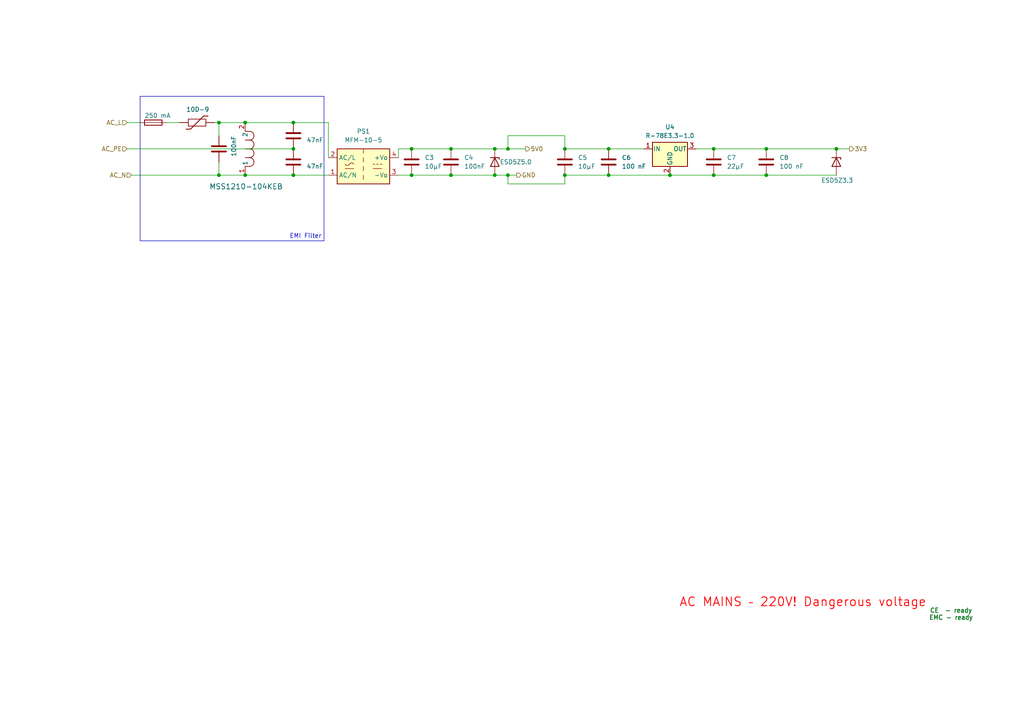
<source format=kicad_sch>
(kicad_sch (version 20250114) (generator "eeschema") (generator_version "9.0")
  (paper "A4")
  (title_block (title "AC Entry") (date "2025-06-1") (rev "1.0") (company "Nelees"))
  (lib_symbols
    (symbol "Converter_ACDC:MFM-10-5"
      (property "Reference" "PS" (at 0 6.35 0))
      (property "Value" "MFM-10-5" (at 0 -6.35 0))
      (symbol "MFM-10-5_0_1"
        (rectangle (start -7.62 5.08) (end 7.62 -5.08) (stroke (width 0.254)) (fill (type background)))
        (polyline (pts (xy -5.334 -0.635) (xy -2.794 -0.635)))
        (arc (start -4.064 0.635) (mid -4.699 0.2495) (end -5.334 0.635))
        (arc (start -4.064 0.635) (mid -3.429 1.0072) (end -2.794 0.635))
        (polyline (pts (xy 0 5.08) (xy 0 3.81)))
        (polyline (pts (xy 0 2.54) (xy 0 1.27)))
        (polyline (pts (xy 0 0) (xy 0 -1.27)))
        (polyline (pts (xy 0 -2.54) (xy 0 -3.81)))
        (polyline (pts (xy 2.794 0.635) (xy 3.302 0.635)))
        (polyline (pts (xy 2.794 -0.635) (xy 5.334 -0.635)))
        (polyline (pts (xy 3.81 0.635) (xy 4.318 0.635)))
        (polyline (pts (xy 4.826 0.635) (xy 5.334 0.635)))
      )
      (symbol "MFM-10-5_1_1"
        (pin power_in line (at -10.16 2.54 0) (length 2.54) (name "AC/L") (number "2"))
        (pin power_in line (at -10.16 -2.54 0) (length 2.54) (name "AC/N") (number "1"))
        (pin power_out line (at 10.16 2.54 180) (length 2.54) (name "+Vo") (number "4"))
        (pin power_out line (at 10.16 -2.54 180) (length 2.54) (name "-Vo") (number "3"))
      )
    )
    (symbol "Device:C" (pin_numbers (hide yes)) (pin_names (offset 0.254))
      (property "Reference" "C" (at 0.635 2.54 0))
      (property "Value" "C" (at 0.635 -2.54 0))
      (symbol "C_0_1"
        (polyline (pts (xy -2.032 0.762) (xy 2.032 0.762)) (stroke (width 0.508)))
        (polyline (pts (xy -2.032 -0.762) (xy 2.032 -0.762)) (stroke (width 0.508)))
      )
      (symbol "C_1_1"
        (pin passive line (at 0 3.81 270) (length 2.794) (name "~") (number "1"))
        (pin passive line (at 0 -3.81 90) (length 2.794) (name "~") (number "2"))
      )
    )
    (symbol "Device:Fuse" (pin_numbers (hide yes)) (pin_names (offset 0))
      (property "Reference" "F" (at 2.032 0 90))
      (property "Value" "Fuse" (at -1.905 0 90))
      (symbol "Fuse_0_1"
        (rectangle (start -0.762 -2.54) (end 0.762 2.54) (stroke (width 0.254)))
        (polyline (pts (xy 0 2.54) (xy 0 -2.54)))
      )
      (symbol "Fuse_1_1"
        (pin passive line (at 0 3.81 270) (length 1.27) (name "~") (number "1"))
        (pin passive line (at 0 -3.81 90) (length 1.27) (name "~") (number "2"))
      )
    )
    (symbol "Device:Thermistor" (pin_numbers (hide yes)) (pin_names (offset 0))
      (property "Reference" "TH" (at 2.54 1.27 90))
      (property "Value" "Thermistor" (at -2.54 0 90))
      (symbol "Thermistor_0_1"
        (polyline (pts (xy -1.905 3.175) (xy -1.905 1.905) (xy 1.905 -1.905) (xy 1.905 -3.175) (xy 1.905 -3.175)) (stroke (width 0.254)))
        (rectangle (start -1.016 2.54) (end 1.016 -2.54) (stroke (width 0.2032)))
      )
      (symbol "Thermistor_1_1"
        (pin passive line (at 0 5.08 270) (length 2.54) (name "~") (number "1"))
        (pin passive line (at 0 -5.08 90) (length 2.54) (name "~") (number "2"))
      )
    )
    (symbol "Diode:ESD5Zxx" (pin_numbers (hide yes)) (pin_names (hide yes))
      (property "Reference" "D" (at 0 2.54 0))
      (property "Value" "ESD5Zxx" (at 0 -2.54 0))
      (symbol "ESD5Zxx_0_1"
        (polyline (pts (xy -1.27 -1.27) (xy -1.27 1.27) (xy -0.762 1.27)) (stroke (width 0.254)))
        (polyline (pts (xy 1.27 0) (xy -1.27 0)))
        (polyline (pts (xy 1.27 -1.27) (xy 1.27 1.27) (xy -1.27 0) (xy 1.27 -1.27)) (stroke (width 0.254)))
      )
      (symbol "ESD5Zxx_1_1"
        (pin passive line (at -3.81 0 0) (length 2.54) (name "K") (number "1"))
        (pin passive line (at 3.81 0 180) (length 2.54) (name "A") (number "2"))
      )
    )
    (symbol "Regulator_Switching:R-78E3.3-1.0" (pin_names (offset 0.254))
      (property "Reference" "U" (at -3.81 3.175 0))
      (property "Value" "R-78E3.3-1.0" (at 0 3.175 0))
      (symbol "R-78E3.3-1.0_0_1"
        (rectangle (start -5.08 1.905) (end 5.08 -5.08) (stroke (width 0.254)) (fill (type background)))
      )
      (symbol "R-78E3.3-1.0_1_1"
        (pin power_in line (at -7.62 0 0) (length 2.54) (name "IN") (number "1"))
        (pin power_in line (at 0 -7.62 90) (length 2.54) (name "GND") (number "2"))
        (pin power_out line (at 7.62 0 180) (length 2.54) (name "OUT") (number "3"))
      )
    )
    (symbol "nelees:MSS1210-104KEB" (pin_names (offset 0.254))
      (property "Reference" "L" (at 6.985 5.08 0))
      (property "Value" "MSS1210-104KEB" (at 6.985 -2.54 0))
      (symbol "MSS1210-104KEB_1_1"
        (polyline (pts (xy 2.54 0) (xy 2.54 1.27)) (stroke (width 0.2032)))
        (arc (start 2.54 1.27) (mid 3.81 2.5344) (end 5.08 1.27) (stroke (width 0.2032)))
        (polyline (pts (xy 5.08 0) (xy 5.08 1.27)) (stroke (width 0.2032)))
        (arc (start 5.08 1.27) (mid 6.35 2.5344) (end 7.62 1.27) (stroke (width 0.2032)))
        (polyline (pts (xy 7.62 0) (xy 7.62 1.27)) (stroke (width 0.2032)))
        (arc (start 7.62 1.27) (mid 8.89 2.5344) (end 10.16 1.27) (stroke (width 0.2032)))
        (polyline (pts (xy 10.16 0) (xy 10.16 1.27)) (stroke (width 0.2032)))
        (arc (start 10.16 1.27) (mid 11.43 2.5344) (end 12.7 1.27) (stroke (width 0.2032)))
        (polyline (pts (xy 12.7 0) (xy 12.7 1.27)) (stroke (width 0.2032)))
        (pin unspecified line (at 0 0 0) (length 2.54) (name "2") (number "2"))
        (pin unspecified line (at 15.24 0 180) (length 2.54) (name "1") (number "1"))
      )
      (symbol "MSS1210-104KEB_1_2"
        (arc (start -1.27 10.16) (mid -2.5344 11.43) (end -1.27 12.7) (stroke (width 0.2032)))
        (arc (start -1.27 7.62) (mid -2.5344 8.89) (end -1.27 10.16) (stroke (width 0.2032)))
        (arc (start -1.27 5.08) (mid -2.5344 6.35) (end -1.27 7.62) (stroke (width 0.2032)))
        (arc (start -1.27 2.54) (mid -2.5344 3.81) (end -1.27 5.08) (stroke (width 0.2032)))
        (polyline (pts (xy 0 12.7) (xy -1.27 12.7)) (stroke (width 0.2032)))
        (polyline (pts (xy 0 10.16) (xy -1.27 10.16)) (stroke (width 0.2032)))
        (polyline (pts (xy 0 7.62) (xy -1.27 7.62)) (stroke (width 0.2032)))
        (polyline (pts (xy 0 5.08) (xy -1.27 5.08)) (stroke (width 0.2032)))
        (polyline (pts (xy 0 2.54) (xy -1.27 2.54)) (stroke (width 0.2032)))
        (pin unspecified line (at 0 15.24 270) (length 2.54) (name "1") (number "1"))
        (pin unspecified line (at 0 0 90) (length 2.54) (name "2") (number "2"))
      )
    )
  )
  (rectangle (start 40.64 27.94) (end 93.98 69.85))
  (text "EMI Filter" (at 88.646 68.58 0) (effects (font (size 1.27 1.27))))
  (text "CE  - ready\nEMC - ready" (at 275.844 178.308 0) (effects (font (size 1.27 1.27) (thickness 0.254) (bold yes))))
  (text " AC MAINS – 220V! Dangerous voltage" (at 231.902 174.752 0) (effects (font (size 2.54 2.54) (thickness 0.254) (bold yes))))
  (junction (at 163.83 50.8))
  (junction (at 147.32 50.8))
  (junction (at 194.31 50.8))
  (junction (at 143.51 50.8))
  (junction (at 85.09 50.8))
  (junction (at 222.25 43.18))
  (junction (at 130.81 43.18))
  (junction (at 176.53 43.18))
  (junction (at 207.01 43.18))
  (junction (at 176.53 50.8))
  (junction (at 63.5 35.56))
  (junction (at 119.38 43.18))
  (junction (at 207.01 50.8))
  (junction (at 222.25 50.8))
  (junction (at 119.38 50.8))
  (junction (at 242.57 43.18))
  (junction (at 85.09 35.56))
  (junction (at 63.5 50.8))
  (junction (at 71.12 50.8))
  (junction (at 163.83 43.18))
  (junction (at 85.09 43.18))
  (junction (at 130.81 50.8))
  (junction (at 143.51 43.18))
  (junction (at 71.12 35.56))
  (junction (at 147.32 43.18))
  (wire (pts (xy 115.57 50.8) (xy 119.38 50.8)))
  (wire (pts (xy 222.25 43.18) (xy 242.57 43.18)))
  (wire (pts (xy 147.32 39.37) (xy 163.83 39.37)))
  (wire (pts (xy 36.83 43.18) (xy 85.09 43.18)))
  (wire (pts (xy 194.31 50.8) (xy 207.01 50.8)))
  (wire (pts (xy 163.83 50.8) (xy 176.53 50.8)))
  (wire (pts (xy 207.01 50.8) (xy 222.25 50.8)))
  (wire (pts (xy 130.81 43.18) (xy 143.51 43.18)))
  (wire (pts (xy 147.32 50.8) (xy 143.51 50.8)))
  (wire (pts (xy 63.5 50.8) (xy 71.12 50.8)))
  (wire (pts (xy 119.38 43.18) (xy 115.57 43.18)))
  (wire (pts (xy 176.53 50.8) (xy 194.31 50.8)))
  (wire (pts (xy 149.86 50.8) (xy 147.32 50.8)))
  (wire (pts (xy 115.57 43.18) (xy 115.57 45.72)))
  (wire (pts (xy 36.83 35.56) (xy 40.64 35.56)))
  (wire (pts (xy 147.32 43.18) (xy 143.51 43.18)))
  (wire (pts (xy 201.93 43.18) (xy 207.01 43.18)))
  (wire (pts (xy 119.38 43.18) (xy 130.81 43.18)))
  (wire (pts (xy 147.32 50.8) (xy 147.32 53.34)))
  (wire (pts (xy 48.26 35.56) (xy 52.07 35.56)))
  (wire (pts (xy 176.53 43.18) (xy 186.69 43.18)))
  (wire (pts (xy 130.81 50.8) (xy 143.51 50.8)))
  (wire (pts (xy 85.09 50.8) (xy 95.25 50.8)))
  (wire (pts (xy 38.1 50.8) (xy 63.5 50.8)))
  (wire (pts (xy 222.25 50.8) (xy 242.57 50.8)))
  (wire (pts (xy 85.09 35.56) (xy 95.25 35.56)))
  (wire (pts (xy 119.38 50.8) (xy 130.81 50.8)))
  (wire (pts (xy 163.83 39.37) (xy 163.83 43.18)))
  (wire (pts (xy 62.23 35.56) (xy 63.5 35.56)))
  (wire (pts (xy 147.32 43.18) (xy 147.32 39.37)))
  (wire (pts (xy 207.01 43.18) (xy 222.25 43.18)))
  (wire (pts (xy 71.12 35.56) (xy 85.09 35.56)))
  (wire (pts (xy 63.5 35.56) (xy 71.12 35.56)))
  (wire (pts (xy 163.83 53.34) (xy 147.32 53.34)))
  (wire (pts (xy 152.4 43.18) (xy 147.32 43.18)))
  (wire (pts (xy 71.12 50.8) (xy 85.09 50.8)))
  (wire (pts (xy 95.25 45.72) (xy 95.25 35.56)))
  (wire (pts (xy 63.5 35.56) (xy 63.5 39.37)))
  (wire (pts (xy 242.57 43.18) (xy 246.38 43.18)))
  (wire (pts (xy 63.5 46.99) (xy 63.5 50.8)))
  (wire (pts (xy 163.83 43.18) (xy 176.53 43.18)))
  (wire (pts (xy 163.83 50.8) (xy 163.83 53.34)))
  (hierarchical_label "3V3" (shape output) (at 246.38 43.18 0))
  (hierarchical_label "­AC_L" (shape input) (at 36.83 35.56 180))
  (hierarchical_label "AC_N" (shape input) (at 38.1 50.8 180))
  (hierarchical_label "GND" (shape output) (at 149.86 50.8 0))
  (hierarchical_label "AC_PE" (shape input) (at 36.83 43.18 180))
  (hierarchical_label "5V0" (shape output) (at 152.4 43.18 0))
  (symbol (lib_id "Device:Fuse") (at 44.45 35.56 90) (unit 1)
    (property "Reference" "F1" (effects (hide yes)))
    (property "Value" "250 mA" (at 41.91 33.528 90) (effects (justify right)))
    (property "Description" "Fuse" (effects (hide yes)))
  )
  (symbol (lib_id "Diode:ESD5Zxx") (at 143.51 46.99 270) (unit 1)
    (property "Reference" "D14" (effects (hide yes)))
    (property "Value" "ESD5Z5.0" (at 149.606 46.99 90))
    (property "Footprint" "Diode_SMD:D_SOD-523" (effects (hide yes)))
    (property "Datasheet" "https://www.onsemi.com/pdf/datasheet/esd5z2.5t1-d.pdf" (effects (hide yes)))
    (property "Description" "ESD Protection Diode, SOD-523" (effects (hide yes)))
  )
  (symbol (lib_id "Converter_ACDC:MFM-10-5") (at 105.41 48.26 0) (unit 1)
    (property "Reference" "PS1" (at 105.41 38.1 0))
    (property "Value" "MFM-10-5" (at 105.41 40.64 0))
    (property "Footprint" "Converter_ACDC:Converter_ACDC_MeanWell_MFM-10-xx_THT" (effects (hide yes)))
    (property "Datasheet" "https://www.meanwell-web.com/content/files/pdfs/productPdfs/MW/MFM-10/MFM-10-spec.pdf" (effects (hide yes)))
    (property "Description" "Meanwell AC/DC converter, 80-264VAC, output 5V, 10 watts" (effects (hide yes)))
  )
  (symbol (lib_id "Device:C") (at 176.53 46.99 0) (unit 1)
    (property "Reference" "C6" (at 180.34 45.7199 0) (effects (justify left)))
    (property "Value" "100 nF" (at 180.34 48.2599 0) (effects (justify left)))
    (property "Description" "Unpolarized capacitor" (effects (hide yes)))
  )
  (symbol (lib_id "Device:C") (at 85.09 39.37 0) (unit 1)
    (property "Reference" "C20" (effects (hide yes)))
    (property "Value" "47 nF" (at 88.9 40.6399 0) (effects (justify left)))
    (property "Description" "Unpolarized capacitor" (effects (hide yes)))
  )
  (symbol (lib_id "Regulator_Switching:R-78E3.3-1.0") (at 194.31 43.18 0) (unit 1)
    (property "Reference" "U4" (at 194.31 36.83 0))
    (property "Value" "R-78E3.3-1.0" (at 194.31 39.37 0))
    (property "Footprint" "Converter_DCDC:Converter_DCDC_RECOM_R-78E-0.5_THT" (effects (hide yes)))
    (property "Datasheet" "https://www.recom-power.com/pdf/Innoline/R-78Exx-1.0.pdf" (effects (hide yes)))
    (property "Description" "1A Step-Down DC/DC-Regulator, 6-28V input, 3.3V fixed Output Voltage, LM78xx replacement, -40°C to +85°C, SIP3" (effects (hide yes)))
  )
  (symbol (lib_id "nelees:MSS1210-104KEB") (at 71.12 35.56 270) (unit 1)
    (property "Reference" "L2" (effects (hide yes)))
    (property "Value" "MSS1210-104KEB" (at 71.374 54.102 90) (effects (font (size 1.524 1.524))))
    (property "Footprint" "IND_MSS1210_COC" (effects (hide yes)))
    (property "Datasheet" "MSS1210-104KEB" (effects (hide yes)))
  )
  (symbol (lib_id "Device:C") (at 85.09 46.99 0) (unit 1)
    (property "Reference" "C21" (effects (hide yes)))
    (property "Value" "47 nF" (at 88.9 48.2599 0) (effects (justify left)))
    (property "Description" "Unpolarized capacitor" (effects (hide yes)))
  )
  (symbol (lib_id "Device:C") (at 63.5 43.18 0) (unit 1)
    (property "Reference" "C2" (effects (hide yes)))
    (property "Value" "100nF" (at 67.818 45.466 90) (effects (justify left)))
    (property "Description" "Unpolarized capacitor" (effects (hide yes)))
  )
  (symbol (lib_id "Diode:ESD5Zxx") (at 242.57 46.99 270) (unit 1)
    (property "Reference" "D13" (effects (hide yes)))
    (property "Value" "ESD5Z3.3" (at 242.824 52.324 90))
    (property "Footprint" "Diode_SMD:D_SOD-523" (effects (hide yes)))
    (property "Datasheet" "https://www.onsemi.com/pdf/datasheet/esd5z2.5t1-d.pdf" (effects (hide yes)))
    (property "Description" "ESD Protection Diode, SOD-523" (effects (hide yes)))
  )
  (symbol (lib_id "Device:C") (at 119.38 46.99 0) (unit 1)
    (property "Reference" "C3" (at 123.19 45.7199 0) (effects (justify left)))
    (property "Value" "10µF" (at 123.19 48.2599 0) (effects (justify left)))
    (property "Description" "Unpolarized capacitor" (effects (hide yes)))
  )
  (symbol (lib_id "Device:Thermistor") (at 57.15 35.56 90) (unit 1)
    (property "Reference" "TH1" (effects (hide yes)))
    (property "Value" "10D-9" (at 60.706 31.75 90) (effects (justify left)))
    (property "Description" "Temperature dependent resistor" (effects (hide yes)))
  )
  (symbol (lib_id "Device:C") (at 163.83 46.99 0) (unit 1)
    (property "Reference" "C5" (at 167.64 45.7199 0) (effects (justify left)))
    (property "Value" "10µF" (at 167.64 48.2599 0) (effects (justify left)))
    (property "Description" "Unpolarized capacitor" (effects (hide yes)))
  )
  (symbol (lib_id "Device:C") (at 130.81 46.99 0) (unit 1)
    (property "Reference" "C4" (at 134.62 45.7199 0) (effects (justify left)))
    (property "Value" "100nF" (at 134.62 48.2599 0) (effects (justify left)))
    (property "Description" "Unpolarized capacitor" (effects (hide yes)))
  )
  (symbol (lib_id "Device:C") (at 222.25 46.99 0) (unit 1)
    (property "Reference" "C8" (at 226.06 45.7199 0) (effects (justify left)))
    (property "Value" "100 nF" (at 226.06 48.2599 0) (effects (justify left)))
    (property "Description" "Unpolarized capacitor" (effects (hide yes)))
  )
  (symbol (lib_id "Device:C") (at 207.01 46.99 0) (unit 1)
    (property "Reference" "C7" (at 210.82 45.7199 0) (effects (justify left)))
    (property "Value" "22µF" (at 210.82 48.2599 0) (effects (justify left)))
    (property "Description" "Unpolarized capacitor" (effects (hide yes)))
  )
)
</source>
